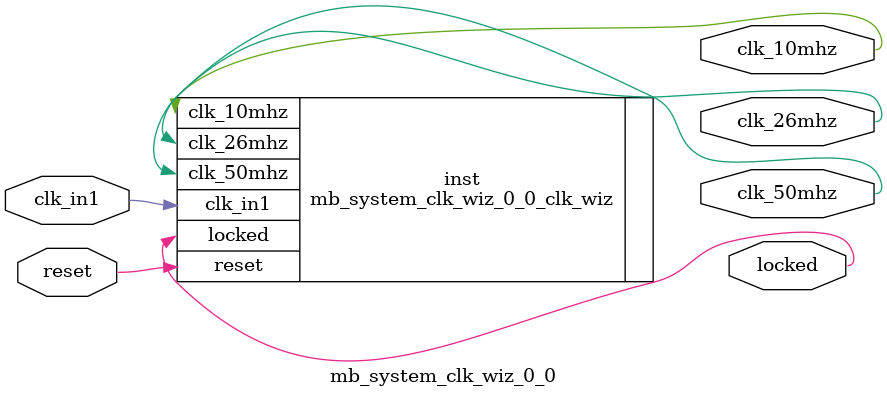
<source format=v>


`timescale 1ps/1ps

(* CORE_GENERATION_INFO = "mb_system_clk_wiz_0_0,clk_wiz_v6_0_6_0_0,{component_name=mb_system_clk_wiz_0_0,use_phase_alignment=true,use_min_o_jitter=false,use_max_i_jitter=false,use_dyn_phase_shift=false,use_inclk_switchover=false,use_dyn_reconfig=false,enable_axi=0,feedback_source=FDBK_AUTO,PRIMITIVE=MMCM,num_out_clk=3,clkin1_period=10.000,clkin2_period=10.000,use_power_down=false,use_reset=true,use_locked=true,use_inclk_stopped=false,feedback_type=SINGLE,CLOCK_MGR_TYPE=NA,manual_override=false}" *)

module mb_system_clk_wiz_0_0 
 (
  // Clock out ports
  output        clk_10mhz,
  output        clk_26mhz,
  output        clk_50mhz,
  // Status and control signals
  input         reset,
  output        locked,
 // Clock in ports
  input         clk_in1
 );

  mb_system_clk_wiz_0_0_clk_wiz inst
  (
  // Clock out ports  
  .clk_10mhz(clk_10mhz),
  .clk_26mhz(clk_26mhz),
  .clk_50mhz(clk_50mhz),
  // Status and control signals               
  .reset(reset), 
  .locked(locked),
 // Clock in ports
  .clk_in1(clk_in1)
  );

endmodule

</source>
